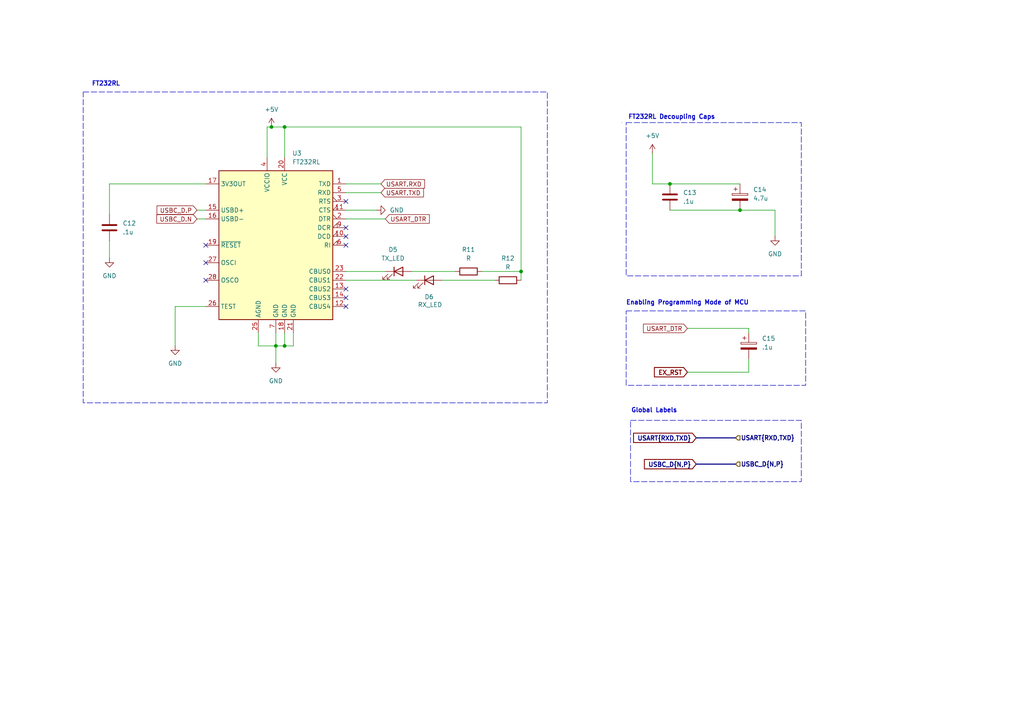
<source format=kicad_sch>
(kicad_sch (version 20231120) (generator "eeschema") (generator_version "8.0")
  (paper "A4")
  (lib_symbols
    (symbol "Device:C" (pin_numbers hide) (pin_names (offset 0.254))
      (property "Reference" "C" (at 0.635 2.54 0))
      (property "Value" "C" (at 0.635 -2.54 0))
      (symbol "C_0_1"
        (polyline (pts (xy -2.032 -0.762) (xy 2.032 -0.762)) (stroke (width 0.508)))
        (polyline (pts (xy -2.032 0.762) (xy 2.032 0.762)) (stroke (width 0.508)))
      )
      (symbol "C_1_1"
        (pin passive line (at 0 3.81 270) (length 2.794) (name "~") (number "1"))
        (pin passive line (at 0 -3.81 90) (length 2.794) (name "~") (number "2"))
      )
    )
    (symbol "Device:C_Polarized" (pin_numbers hide) (pin_names (offset 0.254))
      (property "Reference" "C" (at 0.635 2.54 0))
      (property "Value" "C_Polarized" (at 0.635 -2.54 0))
      (symbol "C_Polarized_0_1"
        (rectangle (start -2.286 0.508) (end 2.286 1.016))
        (polyline (pts (xy -1.778 2.286) (xy -0.762 2.286)))
        (polyline (pts (xy -1.27 2.794) (xy -1.27 1.778)))
        (rectangle (start 2.286 -0.508) (end -2.286 -1.016) (fill (type outline)))
      )
      (symbol "C_Polarized_1_1"
        (pin passive line (at 0 3.81 270) (length 2.794) (name "~") (number "1"))
        (pin passive line (at 0 -3.81 90) (length 2.794) (name "~") (number "2"))
      )
    )
    (symbol "Device:LED" (pin_numbers hide) (pin_names (offset 1.016) hide)
      (property "Reference" "D" (at 0 2.54 0))
      (property "Value" "LED" (at 0 -2.54 0))
      (symbol "LED_0_1"
        (polyline (pts (xy -1.27 -1.27) (xy -1.27 1.27)) (stroke (width 0.254)))
        (polyline (pts (xy -1.27 0) (xy 1.27 0)))
        (polyline (pts (xy 1.27 -1.27) (xy 1.27 1.27) (xy -1.27 0) (xy 1.27 -1.27)) (stroke (width 0.254)))
        (polyline (pts (xy -3.048 -0.762) (xy -4.572 -2.286) (xy -3.81 -2.286) (xy -4.572 -2.286) (xy -4.572 -1.524)))
        (polyline (pts (xy -1.778 -0.762) (xy -3.302 -2.286) (xy -2.54 -2.286) (xy -3.302 -2.286) (xy -3.302 -1.524)))
      )
      (symbol "LED_1_1"
        (pin passive line (at -3.81 0 0) (length 2.54) (name "K") (number "1"))
        (pin passive line (at 3.81 0 180) (length 2.54) (name "A") (number "2"))
      )
    )
    (symbol "Device:R" (pin_numbers hide) (pin_names (offset 0))
      (property "Reference" "R" (at 2.032 0 90))
      (property "Value" "R" (at 0 0 90))
      (symbol "R_0_1"
        (rectangle (start -1.016 -2.54) (end 1.016 2.54) (stroke (width 0.254)))
      )
      (symbol "R_1_1"
        (pin passive line (at 0 3.81 270) (length 1.27) (name "~") (number "1"))
        (pin passive line (at 0 -3.81 90) (length 1.27) (name "~") (number "2"))
      )
    )
    (symbol "Interface_USB:FT232RL"
      (property "Reference" "U" (at -16.51 22.86 0))
      (property "Value" "FT232RL" (at 10.16 22.86 0))
      (symbol "FT232RL_0_1"
        (rectangle (start -16.51 21.59) (end 16.51 -21.59) (stroke (width 0.254)) (fill (type background)))
      )
      (symbol "FT232RL_1_1"
        (pin output line (at 20.32 17.78 180) (length 3.81) (name "TXD") (number "1"))
        (pin input input_low (at 20.32 2.54 180) (length 3.81) (name "DCD") (number "10"))
        (pin input input_low (at 20.32 10.16 180) (length 3.81) (name "CTS") (number "11"))
        (pin bidirectional line (at 20.32 -17.78 180) (length 3.81) (name "CBUS4") (number "12"))
        (pin bidirectional line (at 20.32 -12.7 180) (length 3.81) (name "CBUS2") (number "13"))
        (pin bidirectional line (at 20.32 -15.24 180) (length 3.81) (name "CBUS3") (number "14"))
        (pin bidirectional line (at -20.32 10.16 0) (length 3.81) (name "USBD+") (number "15"))
        (pin bidirectional line (at -20.32 7.62 0) (length 3.81) (name "USBD-") (number "16"))
        (pin power_out line (at -20.32 17.78 0) (length 3.81) (name "3V3OUT") (number "17"))
        (pin power_in line (at 2.54 -25.4 90) (length 3.81) (name "GND") (number "18"))
        (pin input line (at -20.32 0 0) (length 3.81) (name "~{RESET}") (number "19"))
        (pin output output_low (at 20.32 7.62 180) (length 3.81) (name "DTR") (number "2"))
        (pin power_in line (at 2.54 25.4 270) (length 3.81) (name "VCC") (number "20"))
        (pin power_in line (at 5.08 -25.4 90) (length 3.81) (name "GND") (number "21"))
        (pin bidirectional line (at 20.32 -10.16 180) (length 3.81) (name "CBUS1") (number "22"))
        (pin bidirectional line (at 20.32 -7.62 180) (length 3.81) (name "CBUS0") (number "23"))
        (pin power_in line (at -5.08 -25.4 90) (length 3.81) (name "AGND") (number "25"))
        (pin input line (at -20.32 -17.78 0) (length 3.81) (name "TEST") (number "26"))
        (pin input line (at -20.32 -5.08 0) (length 3.81) (name "OSCI") (number "27"))
        (pin output line (at -20.32 -10.16 0) (length 3.81) (name "OSCO") (number "28"))
        (pin output output_low (at 20.32 12.7 180) (length 3.81) (name "RTS") (number "3"))
        (pin power_in line (at -2.54 25.4 270) (length 3.81) (name "VCCIO") (number "4"))
        (pin input line (at 20.32 15.24 180) (length 3.81) (name "RXD") (number "5"))
        (pin input input_low (at 20.32 0 180) (length 3.81) (name "RI") (number "6"))
        (pin power_in line (at 0 -25.4 90) (length 3.81) (name "GND") (number "7"))
        (pin input input_low (at 20.32 5.08 180) (length 3.81) (name "DCR") (number "9"))
      )
    )
    (symbol "power:+5V" (power) (pin_numbers hide) (pin_names (offset 0) hide)
      (property "Value" "+5V" (at 0 3.556 0))
      (symbol "+5V_0_1"
        (polyline (pts (xy -0.762 1.27) (xy 0 2.54)))
        (polyline (pts (xy 0 0) (xy 0 2.54)))
        (polyline (pts (xy 0 2.54) (xy 0.762 1.27)))
      )
      (symbol "+5V_1_1"
        (pin power_in line (at 0 0 90) (length 0) (name "~") (number "1"))
      )
    )
    (symbol "power:GND" (power) (pin_numbers hide) (pin_names (offset 0) hide)
      (property "Value" "GND" (at 0 -3.81 0))
      (symbol "GND_0_1"
        (polyline (pts (xy 0 0) (xy 0 -1.27) (xy 1.27 -1.27) (xy 0 -2.54) (xy -1.27 -1.27) (xy 0 -1.27)))
      )
      (symbol "GND_1_1"
        (pin power_in line (at 0 0 270) (length 0) (name "~") (number "1"))
      )
    )
  )
  (junction (at 82.55 100.33))
  (junction (at 78.74 36.83))
  (junction (at 151.13 78.74))
  (junction (at 194.31 53.34))
  (junction (at 80.01 100.33))
  (junction (at 214.63 60.96))
  (junction (at 82.55 36.83))
  (no_connect (at 59.69 81.28))
  (no_connect (at 100.33 66.04))
  (no_connect (at 59.69 71.12))
  (no_connect (at 100.33 88.9))
  (no_connect (at 100.33 86.36))
  (no_connect (at 100.33 71.12))
  (no_connect (at 100.33 83.82))
  (no_connect (at 59.69 76.2))
  (no_connect (at 100.33 68.58))
  (no_connect (at 100.33 58.42))
  (wire (pts (xy 80.01 96.52) (xy 80.01 100.33)))
  (wire (pts (xy 31.75 69.85) (xy 31.75 74.93)))
  (wire (pts (xy 82.55 36.83) (xy 151.13 36.83)))
  (wire (pts (xy 189.23 44.45) (xy 189.23 53.34)))
  (wire (pts (xy 194.31 60.96) (xy 214.63 60.96)))
  (bus (pts (xy 201.93 134.62) (xy 213.36 134.62)))
  (wire (pts (xy 128.27 81.28) (xy 143.51 81.28)))
  (wire (pts (xy 74.93 100.33) (xy 80.01 100.33)))
  (bus (pts (xy 201.93 127) (xy 213.36 127)))
  (wire (pts (xy 100.33 60.96) (xy 109.22 60.96)))
  (wire (pts (xy 57.15 60.96) (xy 59.69 60.96)))
  (wire (pts (xy 100.33 81.28) (xy 120.65 81.28)))
  (wire (pts (xy 217.17 104.14) (xy 217.17 107.95)))
  (wire (pts (xy 189.23 53.34) (xy 194.31 53.34)))
  (wire (pts (xy 59.69 53.34) (xy 31.75 53.34)))
  (wire (pts (xy 85.09 100.33) (xy 85.09 96.52)))
  (wire (pts (xy 82.55 45.72) (xy 82.55 36.83)))
  (wire (pts (xy 217.17 107.95) (xy 199.39 107.95)))
  (wire (pts (xy 119.38 78.74) (xy 132.08 78.74)))
  (wire (pts (xy 100.33 55.88) (xy 110.49 55.88)))
  (wire (pts (xy 100.33 78.74) (xy 111.76 78.74)))
  (wire (pts (xy 77.47 36.83) (xy 78.74 36.83)))
  (wire (pts (xy 100.33 63.5) (xy 111.76 63.5)))
  (wire (pts (xy 59.69 88.9) (xy 50.8 88.9)))
  (wire (pts (xy 80.01 100.33) (xy 80.01 105.41)))
  (wire (pts (xy 57.15 63.5) (xy 59.69 63.5)))
  (wire (pts (xy 217.17 95.25) (xy 217.17 96.52)))
  (wire (pts (xy 82.55 96.52) (xy 82.55 100.33)))
  (wire (pts (xy 82.55 100.33) (xy 85.09 100.33)))
  (wire (pts (xy 77.47 45.72) (xy 77.47 36.83)))
  (wire (pts (xy 50.8 88.9) (xy 50.8 100.33)))
  (wire (pts (xy 199.39 95.25) (xy 217.17 95.25)))
  (wire (pts (xy 74.93 96.52) (xy 74.93 100.33)))
  (wire (pts (xy 139.7 78.74) (xy 151.13 78.74)))
  (wire (pts (xy 224.79 60.96) (xy 214.63 60.96)))
  (wire (pts (xy 80.01 100.33) (xy 82.55 100.33)))
  (wire (pts (xy 151.13 36.83) (xy 151.13 78.74)))
  (wire (pts (xy 100.33 53.34) (xy 110.49 53.34)))
  (wire (pts (xy 151.13 78.74) (xy 151.13 81.28)))
  (wire (pts (xy 78.74 36.83) (xy 82.55 36.83)))
  (wire (pts (xy 224.79 68.58) (xy 224.79 60.96)))
  (wire (pts (xy 194.31 53.34) (xy 214.63 53.34)))
  (wire (pts (xy 31.75 53.34) (xy 31.75 62.23)))
  (rectangle (start 181.61 90.17) (end 233.68 111.76) (stroke (width 0) (type dash)))
  (rectangle (start 182.88 121.92) (end 232.41 139.7) (stroke (width 0) (type dash)))
  (rectangle (start 232.41 80.01) (end 181.61 35.56) (stroke (width 0) (type dash)))
  (rectangle (start 24.13 26.67) (end 158.75 116.84) (stroke (width 0) (type dash)))
  (rectangle (start 180.34 35.56) (end 180.34 35.56))
  (text "FT232RL Decoupling Caps\n" (at 194.818 34.036 0) (effects (font (size 1.27 1.27) (bold yes))))
  (text "Enabling Programming Mode of MCU\n" (at 199.39 87.884 0) (effects (font (size 1.27 1.27) (bold yes))))
  (text "Global Labels\n" (at 189.738 119.126 0) (effects (font (size 1.27 1.27) (bold yes))))
  (text "FT232RL" (at 30.734 24.384 0) (effects (font (size 1.27 1.27) (bold yes))))
  (global_label "USART_DTR" (shape input) (at 199.39 95.25 180) (property "Intersheetrefs" "${INTERSHEET_REFS}" (effects (hide yes))))
  (global_label "USBC_D.N" (shape input) (at 57.15 63.5 180) (property "Intersheetrefs" "${INTERSHEET_REFS}" (effects (hide yes))))
  (global_label "USART{RXD,TXD}" (shape input) (at 201.93 127 180) (effects (font (bold yes))) (property "Intersheetrefs" "${INTERSHEET_REFS}" (effects (hide yes))))
  (global_label "USBC_D{N,P}" (shape input) (at 201.93 134.62 180) (effects (font (bold yes))) (property "Intersheetrefs" "${INTERSHEET_REFS}" (effects (hide yes))))
  (global_label "USART.RXD" (shape input) (at 110.49 53.34 0) (property "Intersheetrefs" "${INTERSHEET_REFS}" (effects (hide yes))))
  (global_label "EX_RST" (shape input) (at 199.39 107.95 180) (effects (font (thickness 0.254) (bold yes))) (property "Intersheetrefs" "${INTERSHEET_REFS}" (effects (hide yes))))
  (global_label "USBC_D.P" (shape input) (at 57.15 60.96 180) (property "Intersheetrefs" "${INTERSHEET_REFS}" (effects (hide yes))))
  (global_label "USART_DTR" (shape input) (at 111.76 63.5 0) (property "Intersheetrefs" "${INTERSHEET_REFS}" (effects (hide yes))))
  (global_label "USART.TXD" (shape input) (at 110.49 55.88 0) (property "Intersheetrefs" "${INTERSHEET_REFS}" (effects (hide yes))))
  (hierarchical_label "USBC_D{N,P}" (shape input) (at 213.36 134.62 0) (effects (font (bold yes))))
  (hierarchical_label "USART{RXD,TXD}" (shape input) (at 213.36 127 0) (effects (font (bold yes))))
  (symbol (lib_id "power:GND") (at 50.8 100.33 0) (unit 1)
    (property "Reference" "#PWR038" (effects (hide yes)))
    (property "Value" "GND" (at 50.8 105.41 0))
    (property "Description" "Power symbol creates a global label with name \"GND\" , ground" (effects (hide yes)))
  )
  (symbol (lib_id "Device:C_Polarized") (at 217.17 100.33 0) (unit 1)
    (property "Reference" "C15" (at 220.98 98.1709 0) (effects (justify left)))
    (property "Value" ".1u" (at 220.98 100.7109 0) (effects (justify left)))
    (property "Footprint" "Capacitor_SMD:CP_Elec_6.3x7.7" (effects (hide yes)))
    (property "Description" "Polarized capacitor" (effects (hide yes)))
  )
  (symbol (lib_id "Device:LED") (at 124.46 81.28 0) (unit 1)
    (property "Reference" "D6" (at 124.46 86.106 0))
    (property "Value" "RX_LED" (at 124.714 88.392 0))
    (property "Footprint" "LED_SMD:LED_0402_1005Metric" (effects (hide yes)))
    (property "Description" "Light emitting diode" (effects (hide yes)))
  )
  (symbol (lib_id "Interface_USB:FT232RL") (at 80.01 71.12 0) (unit 1)
    (property "Reference" "U3" (at 84.7441 44.45 0) (effects (justify left)))
    (property "Value" "FT232RL" (at 84.7441 46.99 0) (effects (justify left)))
    (property "Footprint" "Package_SO:SSOP-28_5.3x10.2mm_P0.65mm" (effects (hide yes)))
    (property "Datasheet" "https://www.ftdichip.com/Support/Documents/DataSheets/ICs/DS_FT232R.pdf" (effects (hide yes)))
    (property "Description" "USB to Serial Interface, SSOP-28" (effects (hide yes)))
  )
  (symbol (lib_id "Device:R") (at 147.32 81.28 90) (unit 1)
    (property "Reference" "R12" (at 147.32 74.93 90))
    (property "Value" "R" (at 147.32 77.47 90))
    (property "Footprint" "Resistor_SMD:R_0402_1005Metric" (effects (hide yes)))
    (property "Description" "Resistor" (effects (hide yes)))
  )
  (symbol (lib_id "Device:C_Polarized") (at 214.63 57.15 0) (unit 1)
    (property "Reference" "C14" (at 218.44 54.9909 0) (effects (justify left)))
    (property "Value" "4.7u" (at 218.44 57.5309 0) (effects (justify left)))
    (property "Footprint" "Capacitor_SMD:CP_Elec_6.3x7.7" (effects (hide yes)))
    (property "Description" "Polarized capacitor" (effects (hide yes)))
  )
  (symbol (lib_id "Device:LED") (at 115.57 78.74 0) (unit 1)
    (property "Reference" "D5" (at 113.9825 72.39 0))
    (property "Value" "TX_LED" (at 113.9825 74.93 0))
    (property "Footprint" "LED_SMD:LED_0402_1005Metric" (effects (hide yes)))
    (property "Description" "Light emitting diode" (effects (hide yes)))
  )
  (symbol (lib_id "power:GND") (at 31.75 74.93 0) (unit 1)
    (property "Reference" "#PWR037" (effects (hide yes)))
    (property "Value" "GND" (at 31.75 80.01 0))
    (property "Description" "Power symbol creates a global label with name \"GND\" , ground" (effects (hide yes)))
  )
  (symbol (lib_id "power:GND") (at 80.01 105.41 0) (unit 1)
    (property "Reference" "#PWR039" (effects (hide yes)))
    (property "Value" "GND" (at 80.01 110.49 0))
    (property "Description" "Power symbol creates a global label with name \"GND\" , ground" (effects (hide yes)))
  )
  (symbol (lib_id "Device:C") (at 194.31 57.15 0) (unit 1)
    (property "Reference" "C13" (at 198.12 55.8799 0) (effects (justify left)))
    (property "Value" ".1u" (at 198.12 58.4199 0) (effects (justify left)))
    (property "Footprint" "Capacitor_SMD:C_0402_1005Metric" (effects (hide yes)))
    (property "Description" "Unpolarized capacitor" (effects (hide yes)))
  )
  (symbol (lib_id "power:+5V") (at 189.23 44.45 0) (unit 1)
    (property "Reference" "#PWR043" (effects (hide yes)))
    (property "Value" "+5V" (at 189.23 39.37 0))
    (property "Description" "Power symbol creates a global label with name \"+5V\"" (effects (hide yes)))
  )
  (symbol (lib_id "Device:R") (at 135.89 78.74 90) (unit 1)
    (property "Reference" "R11" (at 135.89 72.39 90))
    (property "Value" "R" (at 135.89 74.93 90))
    (property "Footprint" "Resistor_SMD:R_0402_1005Metric" (effects (hide yes)))
    (property "Description" "Resistor" (effects (hide yes)))
  )
  (symbol (lib_id "Device:C") (at 31.75 66.04 0) (unit 1)
    (property "Reference" "C12" (at 35.56 64.7699 0) (effects (justify left)))
    (property "Value" ".1u" (at 35.56 67.3099 0) (effects (justify left)))
    (property "Footprint" "Capacitor_SMD:C_0402_1005Metric" (effects (hide yes)))
    (property "Description" "Unpolarized capacitor" (effects (hide yes)))
  )
  (symbol (lib_id "power:+5V") (at 78.74 36.83 0) (unit 1)
    (property "Reference" "#PWR041" (effects (hide yes)))
    (property "Value" "+5V" (at 78.74 31.75 0))
    (property "Description" "Power symbol creates a global label with name \"+5V\"" (effects (hide yes)))
  )
  (symbol (lib_id "power:GND") (at 224.79 68.58 0) (unit 1)
    (property "Reference" "#PWR042" (effects (hide yes)))
    (property "Value" "GND" (at 224.79 73.66 0))
    (property "Description" "Power symbol creates a global label with name \"GND\" , ground" (effects (hide yes)))
  )
  (symbol (lib_id "power:GND") (at 109.22 60.96 90) (unit 1)
    (property "Reference" "#PWR040" (effects (hide yes)))
    (property "Value" "GND" (at 113.03 60.9599 90) (effects (justify right)))
    (property "Description" "Power symbol creates a global label with name \"GND\" , ground" (effects (hide yes)))
  )
)
</source>
